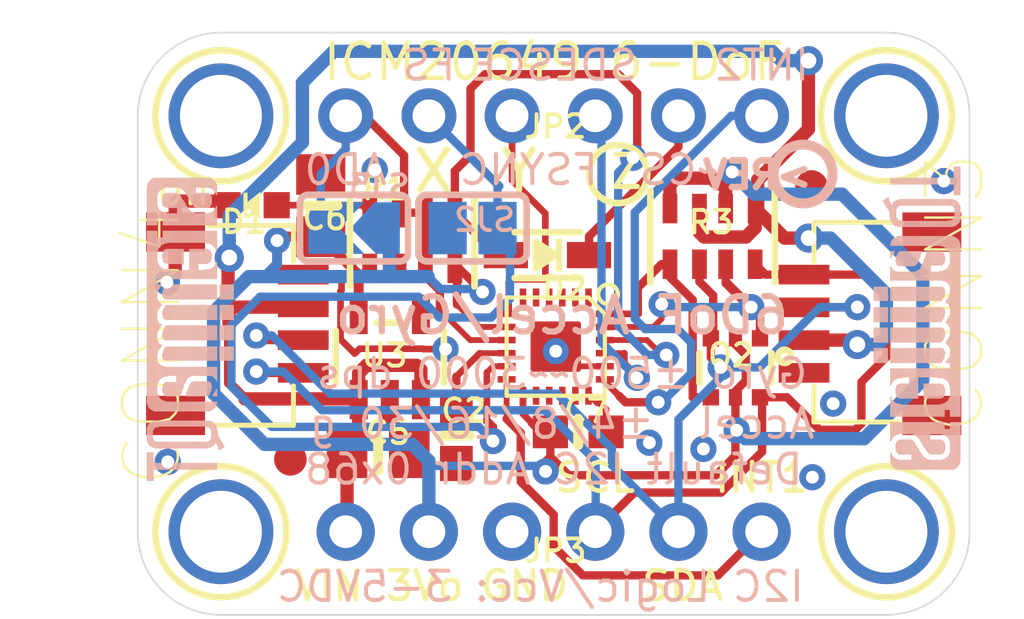
<source format=kicad_pcb>
(kicad_pcb (version 20211014) (generator pcbnew)
  (layers (0 "F.Cu" signal) (31 "B.Cu" signal) (34 "B.Paste" user) (35 "F.Paste" user) (36 "B.SilkS" user "B.Silkscreen") (37 "F.SilkS" user "F.Silkscreen") (38 "B.Mask" user) (39 "F.Mask" user) (44 "Edge.Cuts" user))
  (net 0 "")
  (net 1 "3.3V")
  (net 2 "GND")
  (net 3 "SDA")
  (net 4 "SCL")
  (net 5 "FSYNC_IN")
  (net 6 "REGOUT")
  (net 7 "SDA_EXT")
  (net 8 "SCL_EXT")
  (net 9 "AD0")
  (net 10 "SCL_3V")
  (net 11 "SDA_3V")
  (net 12 "INT1")
  (net 13 "VCC")
  (net 14 "~{CS_3V}")
  (net 15 "INT2")
  (net 16 "N$1")
  (net 17 "CS")
  (footprint "boardEagle:MOUNTINGHOLE_2.5_PLATED" (layer "F.Cu") (at 138.3411 98.6536)
    (fp_text reference "U$39" hide)
    (fp_text value "MOUNTINGHOLE2.5" hide)
    (pad "P$1" thru_hole circle (at 0 0) (size 3.2 3.2) (drill 2.5) (layers *.Cu *.Mask))
  )
  (footprint "boardEagle:RESPACK_4X0603" (layer "F.Cu") (at 153.3525 102.3366 180)
    (fp_text reference "R3" (at -0.711 0.432) (layer "F.SilkS") (effects (font (size 0.692831 0.692831) (thickness 0.119969)) (justify right)))
    (fp_text value "10K")
    (pad "1" smd rect (at -1.3 0.85 180) (size 0.45 0.9) (layers "F.Cu" "F.Paste" "F.Mask") (net 13 "VCC"))
    (pad "2" smd rect (at -0.4 0.85 180) (size 0.45 0.9) (layers "F.Cu" "F.Paste" "F.Mask") (net 1 "3.3V"))
    (pad "3" smd rect (at 0.4 0.85 180) (size 0.45 0.9) (layers "F.Cu" "F.Paste" "F.Mask") (net 13 "VCC"))
    (pad "4" smd rect (at 1.3 0.85 180) (size 0.45 0.9) (layers "F.Cu" "F.Paste" "F.Mask") (net 1 "3.3V"))
    (pad "5" smd rect (at 1.3 -0.85 180) (size 0.45 0.9) (layers "F.Cu" "F.Paste" "F.Mask") (net 11 "SDA_3V"))
    (pad "6" smd rect (at 0.4 -0.85 180) (size 0.45 0.9) (layers "F.Cu" "F.Paste" "F.Mask") (net 3 "SDA"))
    (pad "7" smd rect (at -0.4 -0.85 180) (size 0.45 0.9) (layers "F.Cu" "F.Paste" "F.Mask") (net 10 "SCL_3V"))
    (pad "8" smd rect (at -1.3 -0.85 180) (size 0.45 0.9) (layers "F.Cu" "F.Paste" "F.Mask") (net 4 "SCL"))
  )
  (footprint "boardEagle:JST_SH4" (layer "F.Cu") (at 138.3411 105.0036 -90)
    (fp_text reference "CONN4" (at -3.711 2.101 90) (layer "F.SilkS") (effects (font (size 1.703222 1.703222) (thickness 0.074778)) (justify right)))
    (fp_text value "STEMMA_I2C_QT" hide)
    (pad "1" smd rect (at -1.5 -2.514) (size 1.55 0.6) (layers "F.Cu" "F.Paste" "F.Mask") (net 2 "GND"))
    (pad "2" smd rect (at -0.5 -2.514) (size 1.55 0.6) (layers "F.Cu" "F.Paste" "F.Mask") (net 13 "VCC"))
    (pad "3" smd rect (at 0.5 -2.514) (size 1.55 0.6) (layers "F.Cu" "F.Paste" "F.Mask") (net 3 "SDA"))
    (pad "4" smd rect (at 1.5 -2.514) (size 1.55 0.6) (layers "F.Cu" "F.Paste" "F.Mask") (net 4 "SCL"))
    (pad "MT1" smd rect (at -2.8 1.386) (size 1.8 1.2) (layers "F.Cu" "F.Paste" "F.Mask") (net 2 "GND"))
    (pad "MT2" smd rect (at 2.8 1.386) (size 1.8 1.2) (layers "F.Cu" "F.Paste" "F.Mask") (net 2 "GND"))
  )
  (footprint "boardEagle:0603-NO" (layer "F.Cu") (at 149.2504 108.3056)
    (fp_text reference "C7" (at -0.508 -0.635) (layer "F.SilkS") (effects (font (size 0.692831 0.692831) (thickness 0.119969)) (justify left)))
    (fp_text value "0.1uF")
    (pad "1" smd rect (at -0.85 0) (size 1.075 1) (layers "F.Cu" "F.Paste" "F.Mask") (net 1 "3.3V"))
    (pad "2" smd rect (at 0.85 0) (size 1.075 1) (layers "F.Cu" "F.Paste" "F.Mask") (net 2 "GND"))
  )
  (footprint "boardEagle:1X06_ROUND" (layer "F.Cu") (at 148.5011 98.6536)
    (fp_text reference "JP2" (at -0.9652 0.3302) (layer "F.SilkS") (effects (font (size 0.692831 0.692831) (thickness 0.119969)) (justify left)))
    (fp_text value "")
    (pad "1" thru_hole circle (at -6.35 0 90) (size 1.6764 1.6764) (drill 1) (layers *.Cu *.Mask) (net 9 "AD0"))
    (pad "2" thru_hole circle (at -3.81 0 90) (size 1.6764 1.6764) (drill 1) (layers *.Cu *.Mask) (net 5 "FSYNC_IN"))
    (pad "3" thru_hole circle (at -1.27 0 90) (size 1.6764 1.6764) (drill 1) (layers *.Cu *.Mask) (net 8 "SCL_EXT"))
    (pad "4" thru_hole circle (at 1.27 0 90) (size 1.6764 1.6764) (drill 1) (layers *.Cu *.Mask) (net 7 "SDA_EXT"))
    (pad "5" thru_hole circle (at 3.81 0 90) (size 1.6764 1.6764) (drill 1) (layers *.Cu *.Mask) (net 17 "CS"))
    (pad "6" thru_hole circle (at 6.35 0 90) (size 1.6764 1.6764) (drill 1) (layers *.Cu *.Mask) (net 15 "INT2"))
  )
  (footprint "boardEagle:1X06_ROUND_70" (layer "F.Cu") (at 148.5011 111.3536)
    (fp_text reference "JP3" (at -0.9652 0.5842) (layer "F.SilkS") (effects (font (size 0.692831 0.692831) (thickness 0.119969)) (justify left)))
    (fp_text value "")
    (pad "1" thru_hole circle (at -6.35 0 90) (size 1.778 1.778) (drill 1) (layers *.Cu *.Mask) (net 13 "VCC"))
    (pad "2" thru_hole circle (at -3.81 0 90) (size 1.778 1.778) (drill 1) (layers *.Cu *.Mask) (net 1 "3.3V"))
    (pad "3" thru_hole circle (at -1.27 0 90) (size 1.778 1.778) (drill 1) (layers *.Cu *.Mask) (net 2 "GND"))
    (pad "4" thru_hole circle (at 1.27 0 90) (size 1.778 1.778) (drill 1) (layers *.Cu *.Mask) (net 4 "SCL"))
    (pad "5" thru_hole circle (at 3.81 0 90) (size 1.778 1.778) (drill 1) (layers *.Cu *.Mask) (net 3 "SDA"))
    (pad "6" thru_hole circle (at 6.35 0 90) (size 1.778 1.778) (drill 1) (layers *.Cu *.Mask) (net 12 "INT1"))
  )
  (footprint "boardEagle:RESPACK_4X0603" (layer "F.Cu") (at 144.1831 102.4636)
    (fp_text reference "R1" (at -1.6 -1.6) (layer "F.SilkS") (effects (font (size 0.692831 0.692831) (thickness 0.119969)) (justify left)))
    (fp_text value "10K")
    (pad "1" smd rect (at -1.3 0.85) (size 0.45 0.9) (layers "F.Cu" "F.Paste" "F.Mask") (net 1 "3.3V"))
    (pad "2" smd rect (at -0.4 0.85) (size 0.45 0.9) (layers "F.Cu" "F.Paste" "F.Mask") (net 2 "GND"))
    (pad "3" smd rect (at 0.4 0.85) (size 0.45 0.9) (layers "F.Cu" "F.Paste" "F.Mask") (net 9 "AD0"))
    (pad "4" smd rect (at 1.3 0.85) (size 0.45 0.9) (layers "F.Cu" "F.Paste" "F.Mask") (net 1 "3.3V"))
    (pad "5" smd rect (at 1.3 -0.85) (size 0.45 0.9) (layers "F.Cu" "F.Paste" "F.Mask") (net 14 "~{CS_3V}"))
    (pad "6" smd rect (at 0.4 -0.85) (size 0.45 0.9) (layers "F.Cu" "F.Paste" "F.Mask") (net 9 "AD0"))
    (pad "7" smd rect (at -0.4 -0.85) (size 0.45 0.9) (layers "F.Cu" "F.Paste" "F.Mask") (net 9 "AD0"))
    (pad "8" smd rect (at -1.3 -0.85) (size 0.45 0.9) (layers "F.Cu" "F.Paste" "F.Mask") (net 16 "N$1"))
  )
  (footprint "boardEagle:0805-NO" (layer "F.Cu") (at 141.3891 101.3968 90)
    (fp_text reference "C6" (at -0.381 -0.635) (layer "F.SilkS") (effects (font (size 0.692831 0.692831) (thickness 0.119969)) (justify left)))
    (fp_text value "10uF")
    (pad "1" smd rect (at -0.95 0 90) (size 1.24 1.5) (layers "F.Cu" "F.Paste" "F.Mask") (net 1 "3.3V"))
    (pad "2" smd rect (at 0.95 0 90) (size 1.24 1.5) (layers "F.Cu" "F.Paste" "F.Mask") (net 2 "GND"))
  )
  (footprint "boardEagle:FIDUCIAL_1MM" (layer "F.Cu") (at 140.462 109.1438)
    (fp_text reference "FID4" hide)
    (fp_text value "FIDUCIAL_1MM" hide)
    (pad "1" smd roundrect (at 0 0) (size 1 1) (layers "F.Cu" "F.Mask") (roundrect_rratio 0.5))
  )
  (footprint "boardEagle:SOD-323" (layer "F.Cu") (at 148.3106 102.9081 180)
    (fp_text reference "D2" (at -1.27 -1.016) (layer "F.SilkS") (effects (font (size 0.692831 0.692831) (thickness 0.119969)) (justify right)))
    (fp_text value "1n4148")
    (pad "A" smd rect (at 1.27 0 180) (size 1.35 0.8) (layers "F.Cu" "F.Paste" "F.Mask") (net 14 "~{CS_3V}"))
    (pad "C" smd rect (at -1.27 0 180) (size 1.35 0.8) (layers "F.Cu" "F.Paste" "F.Mask") (net 17 "CS"))
  )
  (footprint "boardEagle:JST_SH4" (layer "F.Cu") (at 158.6611 105.0036 90)
    (fp_text reference "CONN3" (at -3.457 2.101 90) (layer "F.SilkS") (effects (font (size 1.703222 1.703222) (thickness 0.074778)) (justify left)))
    (fp_text value "STEMMA_I2C_QT" hide)
    (pad "1" smd rect (at -1.5 -2.514 180) (size 1.55 0.6) (layers "F.Cu" "F.Paste" "F.Mask") (net 2 "GND"))
    (pad "2" smd rect (at -0.5 -2.514 180) (size 1.55 0.6) (layers "F.Cu" "F.Paste" "F.Mask") (net 13 "VCC"))
    (pad "3" smd rect (at 0.5 -2.514 180) (size 1.55 0.6) (layers "F.Cu" "F.Paste" "F.Mask") (net 3 "SDA"))
    (pad "4" smd rect (at 1.5 -2.514 180) (size 1.55 0.6) (layers "F.Cu" "F.Paste" "F.Mask") (net 4 "SCL"))
    (pad "MT1" smd rect (at -2.8 1.386 180) (size 1.8 1.2) (layers "F.Cu" "F.Paste" "F.Mask") (net 2 "GND"))
    (pad "MT2" smd rect (at 2.8 1.386 180) (size 1.8 1.2) (layers "F.Cu" "F.Paste" "F.Mask") (net 2 "GND"))
  )
  (footprint "boardEagle:SOT23-5" (layer "F.Cu") (at 143.4973 106.0196)
    (fp_text reference "U3" (at 0.6128 -0.0508) (layer "F.SilkS") (effects (font (size 0.692831 0.692831) (thickness 0.119969)) (justify right)))
    (fp_text value "AP2112K-3.3")
    (pad "1" smd rect (at -0.95 1.3001) (size 0.55 1.2) (layers "F.Cu" "F.Paste" "F.Mask") (net 13 "VCC"))
    (pad "2" smd rect (at 0 1.3001) (size 0.55 1.2) (layers "F.Cu" "F.Paste" "F.Mask") (net 2 "GND"))
    (pad "3" smd rect (at 0.95 1.3001) (size 0.55 1.2) (layers "F.Cu" "F.Paste" "F.Mask") (net 13 "VCC"))
    (pad "4" smd rect (at 0.95 -1.3001) (size 0.55 1.2) (layers "F.Cu" "F.Paste" "F.Mask"))
    (pad "5" smd rect (at -0.95 -1.3001) (size 0.55 1.2) (layers "F.Cu" "F.Paste" "F.Mask") (net 1 "3.3V"))
  )
  (footprint "boardEagle:SOT363" (layer "F.Cu") (at 154.051 106.3498 180)
    (fp_text reference "Q2" (at -0.635 0.381) (layer "F.SilkS") (effects (font (size 0.692831 0.692831) (thickness 0.119969)) (justify right)))
    (fp_text value "BSS138")
    (pad "1" smd rect (at -0.75 0.9 180) (size 0.5 0.5) (layers "F.Cu" "F.Paste" "F.Mask") (net 10 "SCL_3V"))
    (pad "2" smd rect (at 0 0.9 180) (size 0.4 0.5) (layers "F.Cu" "F.Paste" "F.Mask") (net 1 "3.3V"))
    (pad "3" smd rect (at 0.75 0.9 180) (size 0.5 0.5) (layers "F.Cu" "F.Paste" "F.Mask") (net 3 "SDA"))
    (pad "4" smd rect (at 0.75 -0.9 180) (size 0.5 0.5) (layers "F.Cu" "F.Paste" "F.Mask") (net 11 "SDA_3V"))
    (pad "5" smd rect (at 0 -0.9 180) (size 0.4 0.5) (layers "F.Cu" "F.Paste" "F.Mask") (net 1 "3.3V"))
    (pad "6" smd rect (at -0.75 -0.9 180) (size 0.5 0.5) (layers "F.Cu" "F.Paste" "F.Mask") (net 4 "SCL"))
  )
  (footprint "boardEagle:MOUNTINGHOLE_2.5_PLATED" (layer "F.Cu") (at 158.6611 111.3536)
    (fp_text reference "U$43" hide)
    (fp_text value "MOUNTINGHOLE2.5" hide)
    (pad "P$1" thru_hole circle (at 0 0) (size 3.2 3.2) (drill 2.5) (layers *.Cu *.Mask))
  )
  (footprint "boardEagle:MOUNTINGHOLE_2.5_PLATED" (layer "F.Cu") (at 158.6611 98.6536)
    (fp_text reference "U$40" hide)
    (fp_text value "MOUNTINGHOLE2.5" hide)
    (pad "P$1" thru_hole circle (at 0 0) (size 3.2 3.2) (drill 2.5) (layers *.Cu *.Mask))
  )
  (footprint "boardEagle:FIDUCIAL_1MM" (layer "F.Cu") (at 156.3751 100.8126)
    (fp_text reference "FID3" hide)
    (fp_text value "FIDUCIAL_1MM" hide)
    (pad "1" smd roundrect (at 0 0) (size 1 1) (layers "F.Cu" "F.Mask") (roundrect_rratio 0.5))
  )
  (footprint "boardEagle:QFN24_3MM" (layer "F.Cu") (at 148.5646 105.7021 -90)
    (fp_text reference "U$7" hide)
    (fp_text value "ICM-20649QFN3MM" hide)
    (pad "1" smd rect (at -1.5 -1) (size 0.2 0.55) (layers "F.Cu" "F.Paste" "F.Mask"))
    (pad "2" smd rect (at -1.5 -0.6) (size 0.2 0.55) (layers "F.Cu" "F.Paste" "F.Mask"))
    (pad "3" smd rect (at -1.5 -0.2) (size 0.2 0.55) (layers "F.Cu" "F.Paste" "F.Mask"))
    (pad "4" smd rect (at -1.5 0.2) (size 0.2 0.55) (layers "F.Cu" "F.Paste" "F.Mask"))
    (pad "5" smd rect (at -1.5 0.6) (size 0.2 0.55) (layers "F.Cu" "F.Paste" "F.Mask"))
    (pad "6" smd rect (at -1.5 1) (size 0.2 0.55) (layers "F.Cu" "F.Paste" "F.Mask"))
    (pad "7" smd rect (at -1 1.5 90) (size 0.2 0.55) (layers "F.Cu" "F.Paste" "F.Mask") (net 8 "SCL_EXT"))
    (pad "8" smd rect (at -0.6 1.5 90) (size 0.2 0.55) (layers "F.Cu" "F.Paste" "F.Mask") (net 1 "3.3V"))
    (pad "9" smd rect (at -0.2 1.5 90) (size 0.2 0.55) (layers "F.Cu" "F.Paste" "F.Mask") (net 9 "AD0"))
    (pad "10" smd rect (at 0.2 1.5 90) (size 0.2 0.55) (layers "F.Cu" "F.Paste" "F.Mask") (net 6 "REGOUT"))
    (pad "11" smd rect (at 0.6 1.5 90) (size 0.2 0.55) (layers "F.Cu" "F.Paste" "F.Mask") (net 5 "FSYNC_IN"))
    (pad "12" smd rect (at 1 1.5 90) (size 0.2 0.55) (layers "F.Cu" "F.Paste" "F.Mask") (net 12 "INT1"))
    (pad "13" smd rect (at 1.5 1) (size 0.2 0.55) (layers "F.Cu" "F.Paste" "F.Mask") (net 1 "3.3V"))
    (pad "14" smd rect (at 1.5 0.6) (size 0.2 0.55) (layers "F.Cu" "F.Paste" "F.Mask"))
    (pad "15" smd rect (at 1.5 0.2) (size 0.2 0.55) (layers "F.Cu" "F.Paste" "F.Mask"))
    (pad "16" smd rect (at 1.5 -0.2) (size 0.2 0.55) (layers "F.Cu" "F.Paste" "F.Mask"))
    (pad "17" smd rect (at 1.5 -0.6) (size 0.2 0.55) (layers "F.Cu" "F.Paste" "F.Mask"))
    (pad "18" smd rect (at 1.5 -1) (size 0.2 0.55) (layers "F.Cu" "F.Paste" "F.Mask") (net 2 "GND"))
    (pad "19" smd rect (at 1 -1.5 90) (size 0.2 0.55) (layers "F.Cu" "F.Paste" "F.Mask") (net 15 "INT2"))
    (pad "20" smd rect (at 0.6 -1.5 90) (size 0.2 0.55) (layers "F.Cu" "F.Paste" "F.Mask") (net 2 "GND"))
    (pad "21" smd rect (at 0.2 -1.5 90) (size 0.2 0.55) (layers "F.Cu" "F.Paste" "F.Mask") (net 7 "SDA_EXT"))
    (pad "22" smd rect (at -0.2 -1.5 90) (size 0.2 0.55) (layers "F.Cu" "F.Paste" "F.Mask") (net 14 "~{CS_3V}"))
    (pad "23" smd rect (at -0.6 -1.5 90) (size 0.2 0.55) (layers "F.Cu" "F.Paste" "F.Mask") (net 10 "SCL_3V"))
    (pad "24" smd rect (at -1 -1.5 90) (size 0.2 0.55) (layers "F.Cu" "F.Paste" "F.Mask") (net 11 "SDA_3V"))
    (pad "THERMAL" smd roundrect (at 0 0 270) (size 1.54 1.54) (layers "F.Cu" "F.Mask") (roundrect_rratio 0.05) (net 2 "GND"))
  )
  (footprint "boardEagle:0603-NO" (layer "F.Cu") (at 145.5293 108.4199 -90)
    (fp_text reference "C2" (at -0.762 0.5334) (layer "F.SilkS") (effects (font (size 0.692831 0.692831) (thickness 0.119969)) (justify left)))
    (fp_text value "0.1uF")
    (pad "1" smd rect (at -0.85 0 270) (size 1.075 1) (layers "F.Cu" "F.Paste" "F.Mask") (net 6 "REGOUT"))
    (pad "2" smd rect (at 0.85 0 270) (size 1.075 1) (layers "F.Cu" "F.Paste" "F.Mask") (net 2 "GND"))
  )
  (footprint "boardEagle:0805-NO" (layer "F.Cu") (at 143.1417 108.966)
    (fp_text reference "C5" (at -0.4572 -0.635) (layer "F.SilkS") (effects (font (size 0.692831 0.692831) (thickness 0.119969)) (justify left)))
    (fp_text value "10uF")
    (pad "1" smd rect (at -0.95 0) (size 1.24 1.5) (layers "F.Cu" "F.Paste" "F.Mask") (net 13 "VCC"))
    (pad "2" smd rect (at 0.95 0) (size 1.24 1.5) (layers "F.Cu" "F.Paste" "F.Mask") (net 2 "GND"))
  )
  (footprint "boardEagle:MOUNTINGHOLE_2.5_PLATED" (layer "F.Cu") (at 138.3411 111.3536)
    (fp_text reference "U$42" hide)
    (fp_text value "MOUNTINGHOLE2.5" hide)
    (pad "P$1" thru_hole circle (at 0 0) (size 3.2 3.2) (drill 2.5) (layers *.Cu *.Mask))
  )
  (footprint "boardEagle:CHIPLED_0603_NOOUTLINE" (layer "F.Cu") (at 139.2936 101.3841 90)
    (fp_text reference "D1" (at -0.508 0.508) (layer "F.SilkS") (effects (font (size 0.692831 0.692831) (thickness 0.119969)) (justify right)))
    (fp_text value "GREEN")
    (pad "A" smd rect (at 0 0.75 90) (size 0.8 0.8) (layers "F.Cu" "F.Paste" "F.Mask") (net 16 "N$1"))
    (pad "C" smd rect (at 0 -0.75 90) (size 0.8 0.8) (layers "F.Cu" "F.Paste" "F.Mask") (net 2 "GND"))
  )
  (footprint "boardEagle:STEMMAQT" (layer "B.Cu") (at 158.2801 109.4486 90)
    (fp_text reference "U$47" hide)
    (fp_text value "" hide)
  )
  (footprint "boardEagle:SOLDERJUMPER_CLOSEDWIRE" (layer "B.Cu") (at 146.0246 102.0826)
    (fp_text reference "SJ2" (at -0.635 -0.254) (layer "B.SilkS") (effects (font (size 0.692831 0.692831) (thickness 0.119969)) (justify right mirror)))
    (fp_text value "FSYNC")
    (pad "1" smd rect (at -0.762 0) (size 1.1684 1.6002) (layers "B.Cu") (net 2 "GND"))
    (pad "2" smd rect (at 0.762 0) (size 1.1684 1.6002) (layers "B.Cu") (net 5 "FSYNC_IN"))
    (pad "WIRE" smd rect (at 0 0 180) (size 0.635 0.2032) (layers "B.Cu"))
  )
  (footprint "boardEagle:SOLDERJUMPER_ARROW_NOPASTE" (layer "B.Cu") (at 142.4051 102.0826 180)
    (fp_text reference "SJ3" (at -1.778 1.27) (layer "B.SilkS") (effects (font (size 0.692831 0.692831) (thickness 0.119969)) (justify left mirror)))
    (fp_text value "")
    (fp_poly (pts (xy 1.3946 -0.7882) (xy -0.315893 -0.7882) (xy 0.443148 0) (xy -0.315893 0.7882) (xy 1.3946 0.7882)) (layer "B.Cu") (width 0) (fill solid))
    (fp_poly (pts (xy 0.106121 -0.002663) (xy -0.679416 -0.7882) (xy -1.3946 -0.7882) (xy -1.3946 0.7882) (xy -0.62715 0.7882)) (layer "B.Cu") (width 0) (fill solid))
    (pad "1" smd roundrect (at -1.016 0 180) (size 0.762 1.524) (layers "B.Cu") (net 1 "3.3V"))
    (pad "2" smd roundrect (at 1.016 0 180) (size 0.762 1.524) (layers "B.Cu") (net 9 "AD0"))
  )
  (footprint "boardEagle:STEMMAQT" (layer "B.Cu") (at 138.7221 100.5586 -90)
    (fp_text reference "U$48" hide)
    (fp_text value "" hide)
  )
  (footprint "boardEagle:PCBFEAT-REV-040" (layer "B.Cu") (at 156.1211 100.4316 180)
    (fp_text reference "U$46" hide)
    (fp_text value "" hide)
    (fp_text user ">REV" (at -0.3556 -0.508) (layer "B.SilkS") (effects (font (size 0.8128 0.8128) (thickness 0.2032)) (justify left bottom mirror)))
  )
  (gr_circle (center 150.4696 100.4316) (end 151.3586 100.4316) (layer "F.SilkS") (width 0.2032) (fill none))
  (gr_arc (start 135.8011 98.6536) (mid 136.545049 96.857549) (end 138.3411 96.1136) (layer "Edge.Cuts") (width 0.05))
  (gr_line (start 158.6611 96.1136) (end 138.3411 96.1136) (layer "Edge.Cuts") (width 0.05))
  (gr_line (start 138.3411 113.8936) (end 158.6611 113.8936) (layer "Edge.Cuts") (width 0.05))
  (gr_arc (start 138.3411 113.8936) (mid 136.545049 113.149651) (end 135.8011 111.3536) (layer "Edge.Cuts") (width 0.05))
  (gr_arc (start 161.2011 111.3536) (mid 160.457151 113.149651) (end 158.6611 113.8936) (layer "Edge.Cuts") (width 0.05))
  (gr_arc (start 158.6611 96.1136) (mid 160.457151 96.857549) (end 161.2011 98.6536) (layer "Edge.Cuts") (width 0.05))
  (gr_line (start 135.8011 98.6536) (end 135.8011 111.3536) (layer "Edge.Cuts") (width 0.05))
  (gr_line (start 161.2011 111.3536) (end 161.2011 98.6536) (layer "Edge.Cuts") (width 0.05))
  (gr_text "AD0" (at 142.1511 100.3046) (layer "B.SilkS") (effects (font (size 0.89408 0.89408) (thickness 0.12192)) (justify mirror)))
  (gr_text "SDE" (at 149.7711 97.6376) (layer "B.SilkS") (effects (font (size 0.89408 0.89408) (thickness 0.12192)) (justify bottom mirror)))
  (gr_text "Gyro ±500~~3000 dps" (at 148.7551 106.5276) (layer "B.SilkS") (effects (font (size 0.89408 0.89408) (thickness 0.12192)) (justify mirror)))
  (gr_text "FSYNC" (at 147.7391 100.3046) (layer "B.SilkS") (effects (font (size 0.89408 0.89408) (thickness 0.12192)) (justify mirror)))
  (gr_text "6DoF Accel/Gyro" (at 148.7551 104.7496) (layer "B.SilkS") (effects (font (size 1.0795 1.0795) (thickness 0.1905)) (justify mirror)))
  (gr_text "Accel  ±4/8/16/30 g" (at 148.7551 108.0516) (layer "B.SilkS") (effects (font (size 0.89408 0.89408) (thickness 0.12192)) (justify mirror)))
  (gr_text "INT2" (at 154.8511 97.6376) (layer "B.SilkS") (effects (font (size 0.89408 0.89408) (thickness 0.12192)) (justify bottom mirror)))
  (gr_text "SCE" (at 147.2311 97.6376) (layer "B.SilkS") (effects (font (size 0.89408 0.89408) (thickness 0.12192)) (justify bottom mirror)))
  (gr_text "I2C Logic/Vcc: 3-5VDC" (at 148.0947 113.03) (layer "B.SilkS") (effects (font (size 0.89408 0.89408) (thickness 0.12192)) (justify mirror)))
  (gr_text "Default I2C Addr 0x68" (at 148.5011 109.4486) (layer "B.SilkS") (effects (font (size 0.89408 0.89408) (thickness 0.12192)) (justify mirror)))
  (gr_text "~CS" (at 152.3111 100.3046) (layer "B.SilkS") (effects (font (size 0.89408 0.89408) (thickness 0.12192)) (justify mirror)))
  (gr_text "FS" (at 144.6911 97.6376) (layer "B.SilkS") (effects (font (size 0.89408 0.89408) (thickness 0.12192)) (justify bottom mirror)))
  (gr_text "X" (at 144.1196 101.0666) (layer "F.SilkS") (effects (font (size 1.223264 1.223264) (thickness 0.199136)) (justify left bottom)))
  (gr_text "SCL" (at 149.7711 109.7026) (layer "F.SilkS") (effects (font (size 0.87376 0.87376) (thickness 0.14224))))
  (gr_text "Z" (at 150.1521 100.9396) (layer "F.SilkS") (effects (font (size 0.98298 0.98298) (thickness 0.16002)) (justify left bottom)))
  (gr_text "GND" (at 147.6121 113.0046) (layer "F.SilkS") (effects (font (size 0.87376 0.87376) (thickness 0.14224))))
  (gr_text "ICM20649 6-DoF" (at 148.5011 97.0026) (layer "F.SilkS") (effects (font (size 1.072896 1.072896) (thickness 0.146304))))
  (gr_text "INT1" (at 154.8511 109.7026) (layer "F.SilkS") (effects (font (size 0.87376 0.87376) (thickness 0.14224))))
  (gr_text "3Vo" (at 144.5641 113.0046) (layer "F.SilkS") (effects (font (size 0.87376 0.87376) (thickness 0.14224))))
  (gr_text "Y" (at 146.7866 101.0666) (layer "F.SilkS") (effects (font (size 1.223264 1.223264) (thickness 0.199136)) (justify left bottom)))
  (gr_text "VIN" (at 141.6431 113.0046) (layer "F.SilkS") (effects (font (size 0.87376 0.87376) (thickness 0.14224))))
  (gr_text "on" (at 136.3091 101.4476) (layer "F.SilkS") (effects (font (size 0.89408 0.89408) (thickness 0.12192)) (justify left bottom)))
  (gr_text "SDA" (at 152.4381 113.0046) (layer "F.SilkS") (effects (font (size 0.87376 0.87376) (thickness 0.14224))))
  (segment (start 153.4541 109.6304) (end 148.9632 109.6304) (width 0.254) (layer "F.Cu") (net 1))
  (segment (start 153.9049 100.3236) (end 153.9494 100.3681) (width 0.4064) (layer "F.Cu") (net 1))
  (segment (start 153.4985 100.73) (end 153.7525 100.476) (width 0.4064) (layer "F.Cu") (net 1))
  (segment (start 142.5473 103.6494) (end 142.5473 103.505) (width 0.3048) (layer "F.Cu") (net 1))
  (segment (start 147.5646 107.2021) (end 147.5646 107.7616) (width 0.2032) (layer "F.Cu") (net 1))
  (segment (start 148.1086 108.3056) (end 148.4004 108.3056) (width 0.254) (layer "F.Cu") (net 1))
  (segment (start 153.7525 100.476) (end 153.9049 100.3236) (width 0.4064) (layer "F.Cu") (net 1))
  (segment (start 154.051 107.2498) (end 154.051 108.2959) (width 0.254) (layer "F.Cu") (net 1))
  (segment (start 154.3685 106.7418) (end 154.051 107.0593) (width 0.254) (layer "F.Cu") (net 1))
  (segment (start 148.9632 109.6304) (end 148.4004 109.0676) (width 0.254) (layer "F.Cu") (net 1))
  (segment (start 147.8289 108.0259) (end 148.1086 108.3056) (width 0.254) (layer "F.Cu") (net 1))
  (segment (start 142.5473 103.6494) (end 142.8831 103.3136) (width 0.3048) (layer "F.Cu") (net 1))
  (segment (start 145.4831 103.3136) (end 145.5466 103.3771) (width 0.254) (layer "F.Cu") (net 1))
  (segment (start 153.3271 100.5586) (end 152.243 100.5586) (width 0.4064) (layer "F.Cu") (net 1))
  (segment (start 152.243 100.5586) (end 152.0525 100.7491) (width 0.4064) (layer "F.Cu") (net 1))
  (segment (start 154.051 109.0335) (end 153.4541 109.6304) (width 0.254) (layer "F.Cu") (net 1))
  (segment (start 154.3685 105.9578) (end 154.3685 106.7418) (width 0.254) (layer "F.Cu") (net 1))
  (segment (start 152.0525 101.4866) (end 152.0525 100.7491) (width 0.4064) (layer "F.Cu") (net 1))
  (segment (start 147.5646 107.7616) (end 147.8289 108.0259) (width 0.2032) (layer "F.Cu") (net 1))
  (segment (start 146.32965 104.03205) (end 145.6112 103.3136) (width 0.254) (layer "F.Cu") (net 1))
  (segment (start 154.051 107.2498) (end 154.051 107.0593) (width 0.254) (layer "F.Cu") (net 1))
  (segment (start 148.4004 109.0676) (end 148.2526 109.2154) (width 0.254) (layer "F.Cu") (net 1))
  (segment (start 153.4985 100.73) (end 153.3271 100.5586) (width 0.4064) (layer "F.Cu") (net 1))
  (segment (start 154.051 108.2959) (end 154.051 109.0335) (width 0.254) (layer "F.Cu") (net 1))
  (segment (start 145.5466 104.4167) (end 146.232 105.1021) (width 0.1778) (layer "F.Cu") (net 1))
  (segment (start 154.3685 105.9578) (end 154.051 105.6403) (width 0.254) (layer "F.Cu") (net 1))
  (segment (start 153.7525 101.4866) (end 153.7525 100.476) (width 0.4064) (layer "F.Cu") (net 1))
  (segment (start 145.4831 103.3136) (end 145.6112 103.3136) (width 0.254) (layer "F.Cu") (net 1))
  (segment (start 142.5473 104.7195) (end 142.5473 103.6494) (width 0.3048) (layer "F.Cu") (net 1))
  (segment (start 148.4004 108.3056) (end 148.4004 109.0676) (width 0.254) (layer "F.Cu") (net 1))
  (segment (start 142.5473 103.505) (end 141.3891 102.3468) (width 0.3048) (layer "F.Cu") (net 1))
  (segment (start 140.0556 102.4636) (end 140.178934 102.340266) (width 0.3048) (layer "F.Cu") (net 1))
  (segment (start 140.178934 102.340266) (end 141.3891 102.3468) (width 0.3048) (layer "F.Cu") (net 1))
  (segment (start 154.0891 108.2578) (end 154.051 108.2959) (width 0.254) (layer "F.Cu") (net 1))
  (segment (start 148.2526 109.2154) (end 148.2526 109.512425) (width 0.254) (layer "F.Cu") (net 1))
  (segment (start 154.051 105.4498) (end 154.051 105.6403) (width 0.254) (layer "F.Cu") (net 1))
  (segment (start 147.0646 105.1021) (end 146.232 105.1021) (width 0.1778) (layer "F.Cu") (net 1))
  (segment (start 145.5466 103.3771) (end 145.5466 104.4167) (width 0.254) (layer "F.Cu") (net 1))
  (via (at 154.0891 108.2578) (size 0.8001) (drill 0.3937) (layers "F.Cu" "B.Cu") (net 1))
  (via (at 153.9494 100.3681) (size 0.8001) (drill 0.3937) (layers "F.Cu" "B.Cu") (net 1))
  (via (at 146.32965 104.03205) (size 0.8001) (drill 0.3937) (layers "F.Cu" "B.Cu") (net 1))
  (via (at 140.0556 102.4636) (size 0.8001) (drill 0.3937) (layers "F.Cu" "B.Cu") (net 1))
  (via (at 148.2526 109.512425) (size 0.8001) (drill 0.3937) (layers "F.Cu" "B.Cu") (net 1))
  (segment (start 139.6746 103.5632) (end 140.0556 103.1822) (width 0.3048) (layer "B.Cu") (net 1))
  (segment (start 139.6746 103.5632) (end 139.194637 103.5632) (width 0.4064) (layer "B.Cu") (net 1))
  (segment (start 144.8395 109.343) (end 144.65935 109.16285) (width 0.254) (layer "B.Cu") (net 1))
  (segment (start 148.083175 109.343) (end 144.8395 109.343) (width 0.254) (layer "B.Cu") (net 1))
  (segment (start 148.2526 109.512425) (end 148.083175 109.343) (width 0.254) (layer "B.Cu") (net 1))
  (segment (start 138.1165 104.641338) (end 139.194637 103.5632) (width 0.4064) (layer "B.Cu") (net 1))
  (segment (start 141.8971 103.5632) (end 139.6746 103.5632) (width 0.4064) (layer "B.Cu") (net 1))
  (segment (start 146.2418 103.9442) (end 145.052 103.9442) (width 0.254) (layer "B.Cu") (net 1))
  (segment (start 143.4846 102.1461) (end 143.4846 103.4997) (width 0.4064) (layer "B.Cu") (net 1))
  (segment (start 144.65935 109.16285) (end 144.1831 108.6866) (width 0.4064) (layer "B.Cu") (net 1))
  (segment (start 139.670675 108.6866) (end 138.1165 107.132425) (width 0.4064) (layer "B.Cu") (net 1))
  (segment (start 159.7747 103.515063) (end 157.305737 101.0461) (width 0.4064) (layer "B.Cu") (net 1))
  (segment (start 143.4846 103.4997) (end 143.5481 103.5632) (width 0.4064) (layer "B.Cu") (net 1))
  (segment (start 143.4211 102.0826) (end 143.4846 102.1461) (width 0.4064) (layer "B.Cu") (net 1))
  (segment (start 145.052 103.9442) (end 144.671 103.5632) (width 0.254) (layer "B.Cu") (net 1))
  (segment (start 159.7747 103.515063) (end 159.7747 106.720738) (width 0.4064) (layer "B.Cu") (net 1))
  (segment (start 138.1165 107.132425) (end 138.1165 104.641338) (width 0.4064) (layer "B.Cu") (net 1))
  (segment (start 140.0556 103.1822) (end 140.0556 102.4636) (width 0.3048) (layer "B.Cu") (net 1))
  (segment (start 144.1831 108.6866) (end 139.670675 108.6866) (width 0.4064) (layer "B.Cu") (net 1))
  (segment (start 144.6911 109.1946) (end 144.65935 109.16285) (width 0.4064) (layer "B.Cu") (net 1))
  (segment (start 154.6274 101.0461) (end 153.9494 100.3681) (width 0.4064) (layer "B.Cu") (net 1))
  (segment (start 157.983637 108.5118) (end 154.3431 108.5118) (width 0.4064) (layer "B.Cu") (net 1))
  (segment (start 144.6911 111.3536) (end 144.6911 109.1946) (width 0.4064) (layer "B.Cu") (net 1))
  (segment (start 143.5481 103.5632) (end 141.8971 103.5632) (width 0.4064) (layer "B.Cu") (net 1))
  (segment (start 154.0891 108.2578) (end 154.3431 108.5118) (width 0.4064) (layer "B.Cu") (net 1))
  (segment (start 144.671 103.5632) (end 143.5481 103.5632) (width 0.4064) (layer "B.Cu") (net 1))
  (segment (start 159.7747 106.720738) (end 157.983637 108.5118) (width 0.4064) (layer "B.Cu") (net 1))
  (segment (start 157.305737 101.0461) (end 154.6274 101.0461) (width 0.4064) (layer "B.Cu") (net 1))
  (segment (start 146.32965 104.03205) (end 146.2418 103.9442) (width 0.254) (layer "B.Cu") (net 1))
  (segment (start 149.5646 107.2021) (end 149.6201 107.2021) (width 0.2032) (layer "F.Cu") (net 2))
  (segment (start 142.0241 103.7336) (end 142.0241 103.972569) (width 0.2032) (layer "F.Cu") (net 2))
  (segment (start 149.8981 107.4166) (end 150.1004 107.6189) (width 0.2032) (layer "F.Cu") (net 2))
  (segment (start 143.4973 108.0008) (end 144.0917 108.5952) (width 0.4064) (layer "F.Cu") (net 2))
  (segment (start 136.9441 103.4796) (end 136.6901 103.7336) (width 0.4064) (layer "F.Cu") (net 2))
  (segment (start 137.0076 101.2571) (end 136.9441 101.3206) (width 0.4064) (layer "F.Cu") (net 2))
  (segment (start 142.0241 103.972569) (end 141.9929 104.003769) (width 0.2032) (layer "F.Cu") (net 2))
  (segment (start 138.2776 101.2571) (end 137.0076 101.2571) (width 0.4064) (layer "F.Cu") (net 2))
  (segment (start 149.544 107.1815) (end 149.5646 107.2021) (width 0.2032) (layer "F.Cu") (net 2))
  (segment (start 144.0917 108.5952) (end 144.0917 108.966) (width 0.4064) (layer "F.Cu") (net 2))
  (segment (start 149.8346 107.4166) (end 149.8981 107.4166) (width 0.2032) (layer "F.Cu") (net 2))
  (segment (start 150.1004 107.6189) (end 150.1004 108.3056) (width 0.2032) (layer "F.Cu") (net 2))
  (segment (start 141.9929 104.003769) (end 141.9929 105.4158) (width 0.2032) (layer "F.Cu") (net 2))
  (segment (start 138.5436 101.3841) (end 138.4046 101.3841) (width 0.4064) (layer "F.Cu") (net 2))
  (segment (start 142.575675 105.7656) (end 144.520525 105.7656) (width 0.2032) (layer "F.Cu") (net 2))
  (segment (start 144.520525 105.7656) (end 144.533225 105.7783) (width 0.2032) (layer "F.Cu") (net 2))
  (segment (start 138.4046 101.3841) (end 138.2776 101.2571) (width 0.4064) (layer "F.Cu") (net 2))
  (segment (start 144.533225 105.7783) (end 145.1991 105.7783) (width 0.2032) (layer "F.Cu") (net 2))
  (segment (start 150.0646 106.3021) (end 149.0249 106.3021) (width 0.1778) (layer "F.Cu") (net 2))
  (segment (start 149.0249 106.3021) (end 148.5646 105.8418) (width 0.2032) (layer "F.Cu") (net 2))
  (segment (start 143.4973 107.3197) (end 143.4973 108.0008) (width 0.4064) (layer "F.Cu") (net 2))
  (segment (start 141.7941 103.5036) (end 142.0241 103.7336) (width 0.2032) (layer "F.Cu") (net 2))
  (segment (start 140.8551 103.5036) (end 141.7941 103.5036) (width 0.2032) (layer "F.Cu") (net 2))
  (segment (start 142.426887 105.914388) (end 142.575675 105.7656) (width 0.2032) (layer "F.Cu") (net 2))
  (segment (start 148.5646 105.7021) (end 148.5646 105.8418) (width 0.254) (layer "F.Cu") (net 2))
  (segment (start 141.9606 105.4481) (end 142.426887 105.914388) (width 0.2032) (layer "F.Cu") (net 2))
  (segment (start 136.9441 101.3206) (end 136.9441 103.4796) (width 0.4064) (layer "F.Cu") (net 2))
  (segment (start 149.6201 107.2021) (end 149.8346 107.4166) (width 0.2032) (layer "F.Cu") (net 2))
  (segment (start 141.9929 105.4158) (end 141.9606 105.4481) (width 0.2032) (layer "F.Cu") (net 2))
  (via (at 136.6901 103.7336) (size 0.8001) (drill 0.3937) (layers "F.Cu" "B.Cu") (net 2))
  (via (at 136.7155 109.22) (size 0.8001) (drill 0.3937) (layers "F.Cu" "B.Cu") (net 2))
  (via (at 143.0401 100.3046) (size 0.8001) (drill 0.3937) (layers "F.Cu" "B.Cu") (net 2))
  (via (at 145.1991 105.7783) (size 0.8001) (drill 0.3937) (layers "F.Cu" "B.Cu") (net 2))
  (via (at 151.4221 108.6358) (size 0.8001) (drill 0.3937) (layers "F.Cu" "B.Cu") (net 2))
  (via (at 156.4005 109.6899) (size 0.8001) (drill 0.3937) (layers "F.Cu" "B.Cu") (net 2))
  (via (at 153.0731 108.8263) (size 0.8001) (drill 0.3937) (layers "F.Cu" "B.Cu") (net 2))
  (via (at 157.0355 107.442) (size 0.8001) (drill 0.3937) (layers "F.Cu" "B.Cu") (net 2))
  (via (at 148.5646 105.8418) (size 0.8001) (drill 0.3937) (layers "F.Cu" "B.Cu") (net 2))
  (via (at 160.4137 100.6475) (size 0.8001) (drill 0.3937) (layers "F.Cu" "B.Cu") (net 2))
  (segment (start 153.301 105.4498) (end 153.301 106.0379) (width 0.254) (layer "F.Cu") (net 3))
  (segment (start 153.3716 104.1391) (end 153.3716 105.3792) (width 0.254) (layer "F.Cu") (net 3))
  (segment (start 153.301 106.0379) (end 153.6002 106.3371) (width 0.254) (layer "F.Cu") (net 3))
  (segment (start 140.8551 105.5036) (end 139.521312 105.5036) (width 0.254) (layer "F.Cu") (net 3))
  (segment (start 152.9525 103.72) (end 152.9525 103.1866) (width 0.254) (layer "F.Cu") (net 3))
  (segment (start 139.521312 105.5036) (end 139.4206 105.361994) (width 0.254) (layer "F.Cu") (net 3))
  (segment (start 157.7641 104.5036) (end 157.7721 104.4956) (width 0.254) (layer "F.Cu") (net 3))
  (segment (start 152.9525 103.72) (end 153.3716 104.1391) (width 0.254) (layer "F.Cu") (net 3))
  (segment (start 156.1471 104.5036) (end 157.7641 104.5036) (width 0.254) (layer "F.Cu") (net 3))
  (segment (start 153.3716 105.3792) (end 153.301 105.4498) (width 0.254) (layer "F.Cu") (net 3))
  (via (at 153.6002 106.3371) (size 0.8001) (drill 0.3937) (layers "F.Cu" "B.Cu") (net 3))
  (via (at 139.4206 105.361994) (size 0.8001) (drill 0.3937) (layers "F.Cu" "B.Cu") (net 3))
  (via (at 157.7721 104.4956) (size 0.8001) (drill 0.3937) (layers "F.Cu" "B.Cu") (net 3))
  (segment (start 153.6002 106.3371) (end 154.7876 106.3371) (width 0.254) (layer "B.Cu") (net 3))
  (segment (start 154.7876 106.3371) (end 156.6291 104.4956) (width 0.254) (layer "B.Cu") (net 3))
  (segment (start 150.2791 109.3216) (end 152.3111 111.3536) (width 0.254) (layer "B.Cu") (net 3))
  (segment (start 156.6291 104.4956) (end 157.7721 104.4956) (width 0.254) (layer "B.Cu") (net 3))
  (segment (start 141.676156 107.1372) (end 148.6027 107.1372) (width 0.254) (layer "B.Cu") (net 3))
  (segment (start 153.6002 106.6355) (end 152.3111 107.9246) (width 0.254) (layer "B.Cu") (net 3))
  (segment (start 152.3111 111.3536) (end 152.3111 107.9246) (width 0.254) (layer "B.Cu") (net 3))
  (segment (start 139.90095 105.361994) (end 141.676156 107.1372) (width 0.254) (layer "B.Cu") (net 3))
  (segment (start 153.6002 106.3371) (end 153.6002 106.6355) (width 0.254) (layer "B.Cu") (net 3))
  (segment (start 150.2791 108.8136) (end 150.2791 109.3216) (width 0.254) (layer "B.Cu") (net 3))
  (segment (start 148.6027 107.1372) (end 150.2791 108.8136) (width 0.254) (layer "B.Cu") (net 3))
  (segment (start 139.90095 105.361994) (end 139.4206 105.361994) (width 0.254) (layer "B.Cu") (net 3))
  (segment (start 157.8991 108.0516) (end 157.709687 108.241013) (width 0.254) (layer "F.Cu") (net 4))
  (segment (start 150.9659 110.1588) (end 153.615675 110.1588) (width 0.254) (layer "F.Cu") (net 4))
  (segment (start 158.6611 106.0196) (end 157.8991 106.7816) (width 0.254) (layer "F.Cu") (net 4))
  (segment (start 139.4601 106.5036) (end 139.4206 106.4641) (width 0.254) (layer "F.Cu") (net 4))
  (segment (start 157.709687 108.241013) (end 156.617712 108.241013) (width 0.254) (layer "F.Cu") (net 4))
  (segment (start 158.6611 104.1146) (end 158.6611 106.0196) (width 0.254) (layer "F.Cu") (net 4))
  (segment (start 158.0501 103.5036) (end 158.6611 104.1146) (width 0.254) (layer "F.Cu") (net 4))
  (segment (start 154.8645 107.3133) (end 154.8645 108.909975) (width 0.254) (layer "F.Cu") (net 4))
  (segment (start 156.1471 103.5036) (end 154.9695 103.5036) (width 0.254) (layer "F.Cu") (net 4))
  (segment (start 140.8551 106.5036) (end 139.4601 106.5036) (width 0.254) (layer "F.Cu") (net 4))
  (segment (start 154.8645 107.3133) (end 154.801 107.2498) (width 0.254) (layer "F.Cu") (net 4))
  (segment (start 153.615675 110.1588) (end 154.8645 108.909975) (width 0.254) (layer "F.Cu") (net 4))
  (segment (start 156.617712 108.241013) (end 155.6265 107.2498) (width 0.254) (layer "F.Cu") (net 4))
  (segment (start 156.1471 103.5036) (end 158.0501 103.5036) (width 0.254) (layer "F.Cu") (net 4))
  (segment (start 154.9695 103.5036) (end 154.6525 103.1866) (width 0.254) (layer "F.Cu") (net 4))
  (segment (start 157.8991 106.7816) (end 157.8991 108.0516) (width 0.254) (layer "F.Cu") (net 4))
  (segment (start 150.9659 110.1588) (end 149.7711 111.3536) (width 0.254) (layer "F.Cu") (net 4))
  (segment (start 155.6265 107.2498) (end 154.801 107.2498) (width 0.254) (layer "F.Cu") (net 4))
  (via (at 139.4206 106.4641) (size 0.8001) (drill 0.3937) (layers "F.Cu" "B.Cu") (net 4))
  (segment (start 148.233281 107.6452) (end 149.7838 109.195719) (width 0.254) (layer "B.Cu") (net 4))
  (segment (start 139.4206 106.4641) (end 140.2461 106.4641) (width 0.254) (layer "B.Cu") (net 4))
  (segment (start 141.4272 107.6452) (end 140.2461 106.4641) (width 0.254) (layer "B.Cu") (net 4))
  (segment (start 141.4272 107.6452) (end 148.233281 107.6452) (width 0.254) (layer "B.Cu") (net 4))
  (segment (start 149.7711 111.3536) (end 149.7838 111.3536) (width 0.254) (layer "B.Cu") (net 4))
  (segment (start 149.7838 109.195719) (end 149.7838 111.3536) (width 0.254) (layer "B.Cu") (net 4))
  (segment (start 147.0646 106.3021) (end 146.6516 106.3021) (width 0.1778) (layer "F.Cu") (net 5))
  (segment (start 146.4611 107.9674) (end 146.6469 108.1532) (width 0.254) (layer "F.Cu") (net 5))
  (segment (start 146.6469 108.1532) (end 146.6469 108.585) (width 0.254) (layer "F.Cu") (net 5))
  (segment (start 146.6516 106.3021) (end 146.4611 106.4926) (width 0.1778) (layer "F.Cu") (net 5))
  (segment (start 146.4611 106.4926) (end 146.4611 107.9674) (width 0.2032) (layer "F.Cu") (net 5))
  (via (at 146.6469 108.585) (size 0.8001) (drill 0.3937) (layers "F.Cu" "B.Cu") (net 5))
  (segment (start 144.3736 104.1781) (end 145.0086 104.8131) (width 0.254) (layer "B.Cu") (net 5))
  (segment (start 146.7866 102.0826) (end 147.1676 102.4636) (width 0.254) (layer "B.Cu") (net 5))
  (segment (start 146.2151 108.1532) (end 139.891618 108.1532) (width 0.254) (layer "B.Cu") (net 5))
  (segment (start 146.7866 102.0826) (end 146.7866 100.85301) (width 0.254) (layer "B.Cu") (net 5))
  (segment (start 146.5961 104.8131) (end 147.1676 104.2416) (width 0.254) (layer "B.Cu") (net 5))
  (segment (start 138.6626 106.924182) (end 138.6626 105.048019) (width 0.254) (layer "B.Cu") (net 5))
  (segment (start 138.6626 105.048019) (end 139.532518 104.1781) (width 0.254) (layer "B.Cu") (net 5))
  (segment (start 139.532518 104.1781) (end 144.3736 104.1781) (width 0.254) (layer "B.Cu") (net 5))
  (segment (start 145.0086 104.8131) (end 146.5961 104.8131) (width 0.254) (layer "B.Cu") (net 5))
  (segment (start 147.1676 104.2416) (end 147.1676 102.4636) (width 0.254) (layer "B.Cu") (net 5))
  (segment (start 138.6626 106.924182) (end 139.891618 108.1532) (width 0.254) (layer "B.Cu") (net 5))
  (segment (start 146.841028 100.803529) (end 146.7866 100.85301) (width 0.254) (layer "B.Cu") (net 5))
  (segment (start 146.6469 108.585) (end 146.2151 108.1532) (width 0.254) (layer "B.Cu") (net 5))
  (segment (start 146.841028 100.803529) (end 144.6911 98.6536) (width 0.254) (layer "B.Cu") (net 5))
  (segment (start 146.2446 105.9021) (end 145.5293 106.6174) (width 0.2032) (layer "F.Cu") (net 6))
  (segment (start 145.5293 107.5699) (end 145.5293 106.6174) (width 0.254) (layer "F.Cu") (net 6))
  (segment (start 147.0646 105.9021) (end 146.2446 105.9021) (width 0.1778) (layer "F.Cu") (net 6))
  (segment (start 151.07285 106.62285) (end 151.0411 106.6546) (width 0.254) (layer "F.Cu") (net 7))
  (segment (start 150.0646 105.9021) (end 150.6601 105.9021) (width 0.1778) (layer "F.Cu") (net 7))
  (segment (start 150.6601 106.2101) (end 151.07285 106.62285) (width 0.2032) (layer "F.Cu") (net 7))
  (segment (start 150.6601 105.9021) (end 150.6601 106.2101) (width 0.2032) (layer "F.Cu") (net 7))
  (via (at 151.0411 106.6546) (size 0.8001) (drill 0.3937) (layers "F.Cu" "B.Cu") (net 7))
  (segment (start 149.9616 98.8441) (end 149.7711 98.6536) (width 0.254) (layer "B.Cu") (net 7))
  (segment (start 151.0411 106.6546) (end 149.9616 105.5751) (width 0.254) (layer "B.Cu") (net 7))
  (segment (start 149.9616 98.8441) (end 149.9616 105.5751) (width 0.254) (layer "B.Cu") (net 7))
  (segment (start 147.23 103.6477) (end 148.2471 103.6477) (width 0.2032) (layer "F.Cu") (net 8))
  (segment (start 147.1281 103.7496) (end 147.23 103.6477) (width 0.2032) (layer "F.Cu") (net 8))
  (segment (start 147.2311 100.6221) (end 147.2311 98.6536) (width 0.2032) (layer "F.Cu") (net 8))
  (segment (start 147.1281 103.7496) (end 147.1281 104.6386) (width 0.2032) (layer "F.Cu") (net 8))
  (segment (start 148.2471 101.6381) (end 147.2311 100.6221) (width 0.2032) (layer "F.Cu") (net 8))
  (segment (start 147.1281 104.6386) (end 147.0646 104.7021) (width 0.2032) (layer "F.Cu") (net 8))
  (segment (start 148.2471 103.6477) (end 148.2471 101.6381) (width 0.2032) (layer "F.Cu") (net 8))
  (segment (start 145.9516 105.5021) (end 145.1396 104.6901) (width 0.1778) (layer "F.Cu") (net 9))
  (segment (start 145.1396 104.6901) (end 145.0271 104.5776) (width 0.254) (layer "F.Cu") (net 9))
  (segment (start 144.5831 103.3136) (end 144.5831 101.6136) (width 0.254) (layer "F.Cu") (net 9))
  (segment (start 145.0271 104.5776) (end 145.0271 103.99325) (width 0.254) (layer "F.Cu") (net 9))
  (segment (start 147.0646 105.5021) (end 145.9516 105.5021) (width 0.1778) (layer "F.Cu") (net 9))
  (segment (start 142.7226 98.6536) (end 143.9331 99.8641) (width 0.254) (layer "F.Cu") (net 9))
  (segment (start 142.1511 98.6536) (end 142.7226 98.6536) (width 0.254) (layer "F.Cu") (net 9))
  (segment (start 143.9331 99.8641) (end 143.9331 101.4636) (width 0.254) (layer "F.Cu") (net 9))
  (segment (start 145.0271 103.99325) (end 144.5831 103.54925) (width 0.254) (layer "F.Cu") (net 9))
  (segment (start 143.9331 101.4636) (end 143.7831 101.6136) (width 0.254) (layer "F.Cu") (net 9))
  (segment (start 144.5831 103.54925) (end 144.5831 103.3136) (width 0.254) (layer "F.Cu") (net 9))
  (segment (start 144.5831 101.6136) (end 143.7831 101.6136) (width 0.254) (layer "F.Cu") (net 9))
  (segment (start 142.1511 98.6536) (end 142.1511 99.6696) (width 0.254) (layer "B.Cu") (net 9))
  (segment (start 141.3891 100.4316) (end 141.3891 102.0826) (width 0.254) (layer "B.Cu") (net 9))
  (segment (start 142.1511 99.6696) (end 141.3891 100.4316) (width 0.254) (layer "B.Cu") (net 9))
  (segment (start 151.7988 104.4073) (end 151.7988 104.8518) (width 0.1778) (layer "F.Cu") (net 10))
  (segment (start 153.7525 103.1866) (end 153.7525 103.7145) (width 0.254) (layer "F.Cu") (net 10))
  (segment (start 151.7988 104.8518) (end 151.5485 105.1021) (width 0.1778) (layer "F.Cu") (net 10))
  (segment (start 154.801 104.8138) (end 153.7525 103.7653) (width 0.254) (layer "F.Cu") (net 10))
  (segment (start 153.7525 103.1866) (end 153.7525 103.7653) (width 0.254) (layer "F.Cu") (net 10))
  (segment (start 154.5336 104.4956) (end 153.7525 103.7145) (width 0.254) (layer "F.Cu") (net 10))
  (segment (start 151.5485 105.1021) (end 150.0646 105.1021) (width 0.1778) (layer "F.Cu") (net 10))
  (segment (start 154.801 105.4498) (end 154.801 104.8138) (width 0.254) (layer "F.Cu") (net 10))
  (via (at 151.7988 104.4073) (size 0.8001) (drill 0.3937) (layers "F.Cu" "B.Cu") (net 10))
  (via (at 154.5336 104.4956) (size 0.8001) (drill 0.3937) (layers "F.Cu" "B.Cu") (net 10))
  (segment (start 151.7988 104.4073) (end 151.8871 104.4956) (width 0.254) (layer "B.Cu") (net 10))
  (segment (start 154.5336 104.4956) (end 151.8871 104.4956) (width 0.254) (layer "B.Cu") (net 10))
  (segment (start 152.0525 103.58315) (end 152.0525 103.1866) (width 0.254) (layer "F.Cu") (net 11))
  (segment (start 152.7462 104.27685) (end 152.0525 103.58315) (width 0.254) (layer "F.Cu") (net 11))
  (segment (start 151.0955 104.7021) (end 151.0955 103.8806) (width 0.2032) (layer "F.Cu") (net 11))
  (segment (start 152.0525 103.1866) (end 151.7895 103.1866) (width 0.254) (layer "F.Cu") (net 11))
  (segment (start 150.0646 104.7021) (end 151.0955 104.7021) (width 0.2032) (layer "F.Cu") (net 11))
  (segment (start 153.301 107.2498) (end 152.7462 107.2498) (width 0.254) (layer "F.Cu") (net 11))
  (segment (start 151.0955 103.8806) (end 151.7895 103.1866) (width 0.254) (layer "F.Cu") (net 11))
  (segment (start 152.7462 107.2498) (end 152.7462 104.27685) (width 0.254) (layer "F.Cu") (net 11))
  (segment (start 153.5176 112.6871) (end 154.8511 111.3536) (width 0.254) (layer "F.Cu") (net 12))
  (segment (start 148.5011 111.7981) (end 149.3901 112.6871) (width 0.254) (layer "F.Cu") (net 12))
  (segment (start 147.4946 108.338482) (end 147.4946 109.8264) (width 0.254) (layer "F.Cu") (net 12))
  (segment (start 148.5011 110.8329) (end 148.5011 111.7981) (width 0.254) (layer "F.Cu") (net 12))
  (segment (start 149.3901 112.6871) (end 153.5176 112.6871) (width 0.254) (layer "F.Cu") (net 12))
  (segment (start 147.0646 106.7021) (end 147.0646 107.908482) (width 0.1778) (layer "F.Cu") (net 12))
  (segment (start 147.4946 109.8264) (end 148.5011 110.8329) (width 0.254) (layer "F.Cu") (net 12))
  (segment (start 147.4946 108.338482) (end 147.0646 107.908482) (width 0.254) (layer "F.Cu") (net 12))
  (segment (start 142.5473 106.5124) (end 142.5473 107.3197) (width 0.4064) (layer "F.Cu") (net 13))
  (segment (start 144.4473 106.4108) (end 144.3101 106.2736) (width 0.4064) (layer "F.Cu") (net 13))
  (segment (start 138.5864 104.975563) (end 138.5864 104.523638) (width 0.4064) (layer "F.Cu") (net 13))
  (segment (start 157.6371 105.5036) (end 157.7721 105.6386) (width 0.4064) (layer "F.Cu") (net 13))
  (segment (start 156.27985 99.06635) (end 154.73045 100.61575) (width 0.4064) (layer "F.Cu") (net 13))
  (segment (start 156.27985 96.97085) (end 156.27985 99.06635) (width 0.4064) (layer "F.Cu") (net 13))
  (segment (start 156.1471 105.5036) (end 157.6371 105.5036) (width 0.4064) (layer "F.Cu") (net 13))
  (segment (start 138.5864 106.809638) (end 139.075062 107.2983) (width 0.3048) (layer "F.Cu") (net 13))
  (segment (start 154.73045 100.61575) (end 154.73045 101.453625) (width 0.4064) (layer "F.Cu") (net 13))
  (segment (start 139.075062 107.2983) (end 142.5259 107.2983) (width 0.4064) (layer "F.Cu") (net 13))
  (segment (start 138.5951 102.983) (end 138.558362 103.019738) (width 0.4064) (layer "F.Cu") (net 13))
  (segment (start 142.5473 107.3197) (end 142.5473 109.1134) (width 0.4064) (layer "F.Cu") (net 13))
  (segment (start 154.73045 101.453625) (end 154.697475 101.4866) (width 0.4064) (layer "F.Cu") (net 13))
  (segment (start 138.558362 104.4956) (end 140.2461 104.4956) (width 0.4064) (layer "F.Cu") (net 13))
  (segment (start 154.371387 102.3556) (end 154.6525 102.074488) (width 0.4064) (layer "F.Cu") (net 13))
  (segment (start 152.9525 102.216) (end 153.0921 102.3556) (width 0.4064) (layer "F.Cu") (net 13))
  (segment (start 142.7861 106.2736) (end 142.5473 106.5124) (width 0.4064) (layer "F.Cu") (net 13))
  (segment (start 142.5259 107.2983) (end 142.5473 107.3197) (width 0.4064) (layer "F.Cu") (net 13))
  (segment (start 142.5473 109.1134) (end 142.1917 108.966) (width 0.4064) (layer "F.Cu") (net 13))
  (segment (start 142.1511 111.1808) (end 142.1511 111.3536) (width 0.4064) (layer "F.Cu") (net 13))
  (segment (start 138.5864 104.523638) (end 138.558362 104.4956) (width 0.4064) (layer "F.Cu") (net 13))
  (segment (start 154.6525 102.074488) (end 154.6525 101.4866) (width 0.4064) (layer "F.Cu") (net 13))
  (segment (start 154.6525 101.4866) (end 155.5542 102.3883) (width 0.4064) (layer "F.Cu") (net 13))
  (segment (start 142.1917 108.966) (end 142.1917 110.98271) (width 0.4064) (layer "F.Cu") (net 13))
  (segment (start 144.3101 106.2736) (end 142.7861 106.2736) (width 0.4064) (layer "F.Cu") (net 13))
  (segment (start 144.4473 107.3197) (end 144.4473 106.4108) (width 0.4064) (layer "F.Cu") (net 13))
  (segment (start 140.7916 104.4401) (end 140.3016 104.4401) (width 0.4064) (layer "F.Cu") (net 13))
  (segment (start 154.6525 101.4866) (end 154.697475 101.4866) (width 0.4064) (layer "F.Cu") (net 13))
  (segment (start 140.8551 104.5036) (end 140.7916 104.4401) (width 0.4064) (layer "F.Cu") (net 13))
  (segment (start 140.2461 104.4956) (end 140.3016 104.4401) (width 0.4064) (layer "F.Cu") (net 13))
  (segment (start 142.1917 110.98271) (end 141.9835 111.0132) (width 0.4064) (layer "F.Cu") (net 13))
  (segment (start 152.9525 101.4866) (end 152.9525 102.216) (width 0.4064) (layer "F.Cu") (net 13))
  (segment (start 142.1511 111.1808) (end 141.9835 111.0132) (width 0.4064) (layer "F.Cu") (net 13))
  (segment (start 138.5864 106.809638) (end 138.5864 104.975563) (width 0.3048) (layer "F.Cu") (net 13))
  (segment (start 155.5542 102.3883) (end 156.2871 102.3883) (width 0.4064) (layer "F.Cu") (net 13))
  (segment (start 153.0921 102.3556) (end 154.371387 102.3556) (width 0.4064) (layer "F.Cu") (net 13))
  (segment (start 138.558362 103.019738) (end 138.558362 104.4956) (width 0.4064) (layer "F.Cu") (net 13))
  (via (at 157.7721 105.6386) (size 0.889) (drill 0.4826) (layers "F.Cu" "B.Cu") (net 13))
  (via (at 156.27985 96.97085) (size 0.889) (drill 0.4826) (layers "F.Cu" "B.Cu") (net 13))
  (via (at 156.2871 102.3883) (size 0.889) (drill 0.4826) (layers "F.Cu" "B.Cu") (net 13))
  (via (at 138.5951 102.983) (size 0.889) (drill 0.4826) (layers "F.Cu" "B.Cu") (net 13))
  (segment (start 155.45435 96.97085) (end 155.1686 96.6851) (width 0.4064) (layer "B.Cu") (net 13))
  (segment (start 141.7828 96.6851) (end 155.1686 96.6851) (width 0.4064) (layer "B.Cu") (net 13))
  (segment (start 158.6611 104.0979) (end 156.9515 102.3883) (width 0.4064) (layer "B.Cu") (net 13))
  (segment (start 158.6611 104.0979) (end 158.6611 105.3846) (width 0.4064) (layer "B.Cu") (net 13))
  (segment (start 158.6611 105.3846) (end 158.4071 105.6386) (width 0.4064) (layer "B.Cu") (net 13))
  (segment (start 138.5951 102.983) (end 138.5951 101.7016) (width 0.4064) (layer "B.Cu") (net 13))
  (segment (start 155.45435 96.97085) (end 156.27985 96.97085) (width 0.4064) (layer "B.Cu") (net 13))
  (segment (start 140.8303 97.6376) (end 141.7828 96.6851) (width 0.4064) (layer "B.Cu") (net 13))
  (segment (start 138.5951 101.7016) (end 140.8303 99.4664) (width 0.4064) (layer "B.Cu") (net 13))
  (segment (start 156.2871 102.3883) (end 156.9515 102.3883) (width 0.4064) (layer "B.Cu") (net 13))
  (segment (start 140.8303 99.4664) (end 140.8303 97.6376) (width 0.4064) (layer "B.Cu") (net 13))
  (segment (start 158.4071 105.6386) (end 157.7721 105.6386) (width 0.4064) (layer "B.Cu") (net 13))
  (segment (start 151.8115 105.8291) (end 151.9385 105.9561) (width 0.2032) (layer "F.Cu") (net 14))
  (segment (start 150.0646 105.5021) (end 151.3491 105.5021) (width 0.1778) (layer "F.Cu") (net 14))
  (segment (start 151.3491 105.5021) (end 151.6761 105.8291) (width 0.1778) (layer "F.Cu") (net 14))
  (segment (start 151.051012 97.965013) (end 151.051012 99.806513) (width 0.254) (layer "F.Cu") (net 14))
  (segment (start 151.051012 97.965013) (end 150.4696 97.3836) (width 0.254) (layer "F.Cu") (net 14))
  (segment (start 145.4831 101.6136) (end 145.4831 100.3381) (width 0.254) (layer "F.Cu") (net 14))
  (segment (start 147.0406 102.9081) (end 146.7776 102.9081) (width 0.254) (layer "F.Cu") (net 14))
  (segment (start 151.6761 105.8291) (end 151.8115 105.8291) (width 0.2032) (layer "F.Cu") (net 14))
  (segment (start 145.9611 99.8601) (end 145.9611 97.8281) (width 0.254) (layer "F.Cu") (net 14))
  (segment (start 145.4831 100.3381) (end 145.9611 99.8601) (width 0.254) (layer "F.Cu") (net 14))
  (segment (start 146.7776 102.9081) (end 145.4831 101.6136) (width 0.254) (layer "F.Cu") (net 14))
  (segment (start 150.4696 97.3836) (end 146.4056 97.3836) (width 0.254) (layer "F.Cu") (net 14))
  (segment (start 150.924012 99.933513) (end 151.051012 99.806513) (width 0.254) (layer "F.Cu") (net 14))
  (segment (start 145.9611 97.8281) (end 146.4056 97.3836) (width 0.254) (layer "F.Cu") (net 14))
  (via (at 151.9385 105.9561) (size 0.8001) (drill 0.3937) (layers "F.Cu" "B.Cu") (net 14))
  (via (at 150.924012 99.933513) (size 0.8001) (drill 0.3937) (layers "F.Cu" "B.Cu") (net 14))
  (segment (start 151.367 105.9561) (end 150.4696 105.0587) (width 0.254) (layer "B.Cu") (net 14))
  (segment (start 150.4696 105.0587) (end 150.4696 100.387925) (width 0.254) (layer "B.Cu") (net 14))
  (segment (start 151.9385 105.9561) (end 151.367 105.9561) (width 0.254) (layer "B.Cu") (net 14))
  (segment (start 150.4696 100.387925) (end 150.924012 99.933513) (width 0.254) (layer "B.Cu") (net 14))
  (segment (start 150.0646 106.7696) (end 150.5011 107.2061) (width 0.2032) (layer "F.Cu") (net 15))
  (segment (start 151.691443 107.401257) (end 150.696256 107.401257) (width 0.254) (layer "F.Cu") (net 15))
  (segment (start 150.5011 107.2061) (end 150.696256 107.401257) (width 0.254) (layer "F.Cu") (net 15))
  (segment (start 150.0646 106.7021) (end 150.0646 106.7696) (width 0.2032) (layer "F.Cu") (net 15))
  (via (at 151.691443 107.401257) (size 0.8001) (drill 0.3937) (layers "F.Cu" "B.Cu") (net 15))
  (segment (start 151.751181 107.460994) (end 151.691443 107.401257) (width 0.254) (layer "B.Cu") (net 15))
  (segment (start 152.6965 105.578625) (end 152.6965 106.515675) (width 0.254) (layer "B.Cu") (net 15))
  (segment (start 150.9776 104.848575) (end 150.9776 101.60355) (width 0.254) (layer "B.Cu") (net 15))
  (segment (start 151.294325 105.1653) (end 152.283175 105.1653) (width 0.254) (layer "B.Cu") (net 15))
  (segment (start 150.9776 101.60355) (end 153.92755 98.6536) (width 0.254) (layer "B.Cu") (net 15))
  (segment (start 151.294325 105.1653) (end 150.9776 104.848575) (width 0.254) (layer "B.Cu") (net 15))
  (segment (start 152.6965 106.515675) (end 151.751181 107.460994) (width 0.254) (layer "B.Cu") (net 15))
  (segment (start 153.92755 98.6536) (end 154.8511 98.6536) (width 0.254) (layer "B.Cu") (net 15))
  (segment (start 152.283175 105.1653) (end 152.6965 105.578625) (width 0.254) (layer "B.Cu") (net 15))
  (segment (start 142.6536 101.3841) (end 142.8831 101.6136) (width 0.2032) (layer "F.Cu") (net 16))
  (segment (start 142.6536 101.3841) (end 140.0436 101.3841) (width 0.2032) (layer "F.Cu") (net 16))
  (segment (start 152.3111 99.6061) (end 152.3111 98.6536) (width 0.254) (layer "F.Cu") (net 17))
  (segment (start 152.3111 99.6061) (end 149.5806 102.3366) (width 0.254) (layer "F.Cu") (net 17))
  (segment (start 149.5806 102.9081) (end 149.5806 102.3366) (width 0.254) (layer "F.Cu") (net 17))
)
</source>
